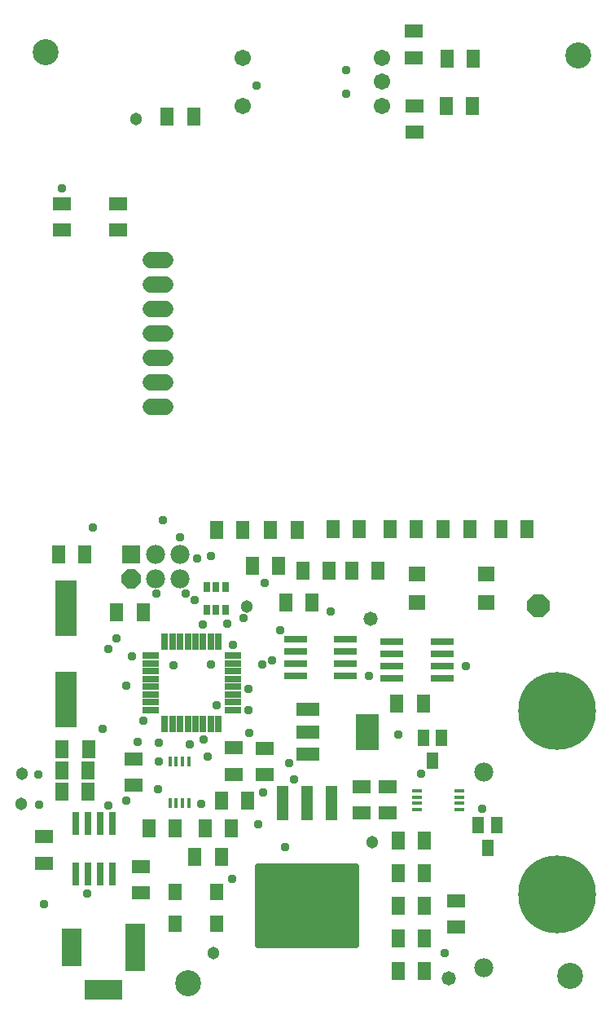
<source format=gbr>
G04 EAGLE Gerber X2 export*
%TF.Part,Single*%
%TF.FileFunction,Soldermask,Top,1*%
%TF.FilePolarity,Negative*%
%TF.GenerationSoftware,Autodesk,EAGLE,9.1.1*%
%TF.CreationDate,2018-07-18T17:05:30Z*%
G75*
%MOMM*%
%FSLAX34Y34*%
%LPD*%
%AMOC8*
5,1,8,0,0,1.08239X$1,22.5*%
G01*
%ADD10C,2.703200*%
%ADD11R,2.100000X5.000000*%
%ADD12R,2.000000X4.000000*%
%ADD13R,1.711200X1.711200*%
%ADD14R,4.000000X2.000000*%
%ADD15R,1.453200X1.953200*%
%ADD16R,1.953200X1.453200*%
%ADD17R,1.403200X1.723200*%
%ADD18R,0.803200X2.403200*%
%ADD19C,1.711200*%
%ADD20R,1.803200X1.603200*%
%ADD21C,1.303200*%
%ADD22P,2.556822X8X22.500000*%
%ADD23C,1.473200*%
%ADD24C,0.616222*%
%ADD25R,1.203200X3.603200*%
%ADD26C,1.711200*%
%ADD27R,1.203200X1.703200*%
%ADD28R,2.403200X0.803200*%
%ADD29P,2.144431X8X22.500000*%
%ADD30C,1.981200*%
%ADD31R,1.981200X1.981200*%
%ADD32C,8.077200*%
%ADD33R,0.450000X1.100000*%
%ADD34R,2.438400X1.422400*%
%ADD35R,2.403200X3.803200*%
%ADD36R,1.100000X0.450000*%
%ADD37R,0.753200X1.703200*%
%ADD38R,1.703200X0.753200*%
%ADD39R,0.803200X1.103200*%
%ADD40R,2.303200X5.803200*%
%ADD41C,0.959600*%


D10*
X44000Y1000000D03*
X598000Y996500D03*
X589500Y41000D03*
X192500Y33000D03*
D11*
X137000Y70200D03*
D12*
X71000Y70200D03*
D13*
X137000Y70200D03*
X71000Y70200D03*
D14*
X104000Y26200D03*
D13*
X104000Y26200D03*
D15*
X151250Y194200D03*
X178750Y194200D03*
D16*
X119300Y842950D03*
X119300Y815450D03*
X61000Y842950D03*
X61000Y815450D03*
D15*
X84850Y478200D03*
X57350Y478200D03*
X88550Y276200D03*
X61050Y276200D03*
X338750Y461700D03*
X311250Y461700D03*
X117950Y418200D03*
X145450Y418200D03*
D16*
X271700Y249950D03*
X271700Y277450D03*
D15*
X226650Y223200D03*
X254150Y223200D03*
X237350Y193700D03*
X209850Y193700D03*
X226550Y164200D03*
X199050Y164200D03*
D16*
X135000Y266450D03*
X135000Y238950D03*
X399200Y209950D03*
X399200Y237450D03*
D15*
X286150Y466700D03*
X258650Y466700D03*
X320850Y428200D03*
X293350Y428200D03*
D17*
X222100Y128000D03*
X178900Y128000D03*
X178900Y95000D03*
X222100Y95000D03*
D15*
X277750Y504100D03*
X305250Y504100D03*
X484950Y505100D03*
X457450Y505100D03*
D18*
X87850Y146800D03*
X87850Y198800D03*
X75150Y146800D03*
X100550Y146800D03*
X113250Y146800D03*
X75150Y198800D03*
X100550Y198800D03*
X113250Y198800D03*
D15*
X389550Y461700D03*
X362050Y461700D03*
D19*
X168640Y707600D02*
X153560Y707600D01*
X153560Y733000D02*
X168640Y733000D01*
X168640Y758400D02*
X153560Y758400D01*
X153560Y783800D02*
X168640Y783800D01*
X168640Y682200D02*
X153560Y682200D01*
X153560Y656800D02*
X168640Y656800D01*
X168640Y631400D02*
X153560Y631400D01*
D16*
X372500Y209950D03*
X372500Y237450D03*
D15*
X438050Y114000D03*
X410550Y114000D03*
X437750Y79500D03*
X410250Y79500D03*
X437950Y45500D03*
X410450Y45500D03*
X460150Y944500D03*
X487650Y944500D03*
D16*
X427600Y944250D03*
X427600Y916750D03*
D15*
X488550Y993500D03*
X461050Y993500D03*
D16*
X427000Y994250D03*
X427000Y1021750D03*
D15*
X544450Y504500D03*
X516950Y504500D03*
X170350Y933100D03*
X197850Y933100D03*
D16*
X41900Y157850D03*
X41900Y185350D03*
D15*
X221450Y504200D03*
X248950Y504200D03*
D16*
X143100Y154350D03*
X143100Y126850D03*
D15*
X88050Y232100D03*
X60550Y232100D03*
X60750Y254600D03*
X88250Y254600D03*
X342650Y504700D03*
X370150Y504700D03*
X401850Y505000D03*
X429350Y505000D03*
D16*
X239500Y250050D03*
X239500Y277550D03*
D15*
X437750Y181000D03*
X410250Y181000D03*
D16*
X470700Y118750D03*
X470700Y91250D03*
D15*
X409150Y324000D03*
X436650Y324000D03*
X437850Y147500D03*
X410350Y147500D03*
D20*
X430100Y428600D03*
X502100Y428600D03*
X430100Y458600D03*
X502100Y458600D03*
D21*
X218100Y64600D03*
X383300Y179600D03*
X253500Y424600D03*
X18200Y219100D03*
X19400Y250600D03*
X138100Y930600D03*
D22*
X556400Y425000D03*
D23*
X382100Y412000D03*
X463300Y38500D03*
D24*
X366935Y155135D02*
X264065Y155135D01*
X366935Y155135D02*
X366935Y73265D01*
X264065Y73265D01*
X264065Y155135D01*
X264065Y79119D02*
X366935Y79119D01*
X366935Y84973D02*
X264065Y84973D01*
X264065Y90827D02*
X366935Y90827D01*
X366935Y96681D02*
X264065Y96681D01*
X264065Y102535D02*
X366935Y102535D01*
X366935Y108389D02*
X264065Y108389D01*
X264065Y114243D02*
X366935Y114243D01*
X366935Y120097D02*
X264065Y120097D01*
X264065Y125951D02*
X366935Y125951D01*
X366935Y131805D02*
X264065Y131805D01*
X264065Y137659D02*
X366935Y137659D01*
X366935Y143513D02*
X264065Y143513D01*
X264065Y149367D02*
X366935Y149367D01*
D25*
X315500Y220200D03*
X290100Y220200D03*
X340900Y220200D03*
D26*
X248800Y944300D03*
X248800Y994300D03*
X393800Y994300D03*
X393800Y969300D03*
X393800Y944300D03*
D27*
X503300Y173500D03*
X493800Y197500D03*
X512800Y197500D03*
X446200Y264000D03*
X436700Y288000D03*
X455700Y288000D03*
D28*
X303900Y377550D03*
X355900Y377550D03*
X303900Y390250D03*
X303900Y364850D03*
X303900Y352150D03*
X355900Y390250D03*
X355900Y364850D03*
X355900Y352150D03*
D29*
X132800Y452900D03*
D30*
X158200Y452900D03*
X158200Y478300D03*
X183600Y478300D03*
X183600Y452900D03*
D31*
X132800Y478300D03*
D32*
X575700Y316200D03*
D30*
X499500Y252700D03*
D32*
X575700Y125700D03*
D30*
X499500Y49500D03*
D33*
X192650Y263900D03*
X186150Y263900D03*
X179650Y263900D03*
X173150Y263900D03*
X173150Y219900D03*
X179650Y219900D03*
X186150Y219900D03*
X192650Y219900D03*
D34*
X316212Y317314D03*
X316212Y294200D03*
X316212Y271086D03*
D35*
X378190Y294200D03*
D36*
X474400Y213450D03*
X474400Y219950D03*
X474400Y226450D03*
X474400Y232950D03*
X430400Y232950D03*
X430400Y226450D03*
X430400Y219950D03*
X430400Y213450D03*
D37*
X167800Y302200D03*
X175800Y302200D03*
X183800Y302200D03*
X191800Y302200D03*
X199800Y302200D03*
X207800Y302200D03*
X215800Y302200D03*
X223800Y302200D03*
D38*
X238800Y317200D03*
X238800Y325200D03*
X238800Y333200D03*
X238800Y341200D03*
X238800Y349200D03*
X238800Y357200D03*
X238800Y365200D03*
X238800Y373200D03*
D37*
X223800Y388200D03*
X215800Y388200D03*
X207800Y388200D03*
X199800Y388200D03*
X191800Y388200D03*
X183800Y388200D03*
X175800Y388200D03*
X167800Y388200D03*
D38*
X152800Y373200D03*
X152800Y365200D03*
X152800Y357200D03*
X152800Y349200D03*
X152800Y341200D03*
X152800Y333200D03*
X152800Y325200D03*
X152800Y317200D03*
D28*
X456000Y362950D03*
X404000Y362950D03*
X456000Y350250D03*
X456000Y375650D03*
X456000Y388350D03*
X404000Y350250D03*
X404000Y375650D03*
X404000Y388350D03*
D39*
X230800Y444300D03*
X221300Y444300D03*
X211800Y444300D03*
X211800Y421300D03*
X221300Y421300D03*
X230800Y421300D03*
D40*
X65300Y327800D03*
X65300Y422800D03*
D41*
X292500Y174500D03*
X238000Y142000D03*
X128000Y223000D03*
X93500Y506500D03*
X166000Y514000D03*
X189500Y437500D03*
X272000Y448500D03*
X42500Y115500D03*
X177000Y363000D03*
X232500Y406500D03*
X265000Y198000D03*
X302500Y244500D03*
X287500Y399500D03*
X249500Y412500D03*
X208000Y286000D03*
X380500Y352000D03*
X205500Y219500D03*
X297500Y261500D03*
X270000Y231000D03*
X340000Y419000D03*
X160500Y234500D03*
X279000Y368500D03*
X212510Y268332D03*
X255500Y293000D03*
X269000Y364500D03*
X199000Y431000D03*
X239000Y384500D03*
X216000Y364000D03*
X411000Y291518D03*
X133500Y372500D03*
X481000Y362500D03*
X458500Y64500D03*
X434000Y250500D03*
X356000Y956500D03*
X263000Y965000D03*
X356500Y981500D03*
X103000Y297500D03*
X61000Y858500D03*
X140000Y284000D03*
X193500Y281000D03*
X183500Y496000D03*
X127432Y342000D03*
X216000Y477000D03*
X161300Y283200D03*
X161500Y263500D03*
X255182Y338500D03*
X87500Y126500D03*
X118000Y391000D03*
X37000Y219000D03*
X109500Y218000D03*
X109000Y380500D03*
X36000Y250000D03*
X497500Y214000D03*
X255182Y316500D03*
X159000Y438000D03*
X201500Y474000D03*
X207000Y405932D03*
X146000Y306000D03*
X221432Y321500D03*
M02*

</source>
